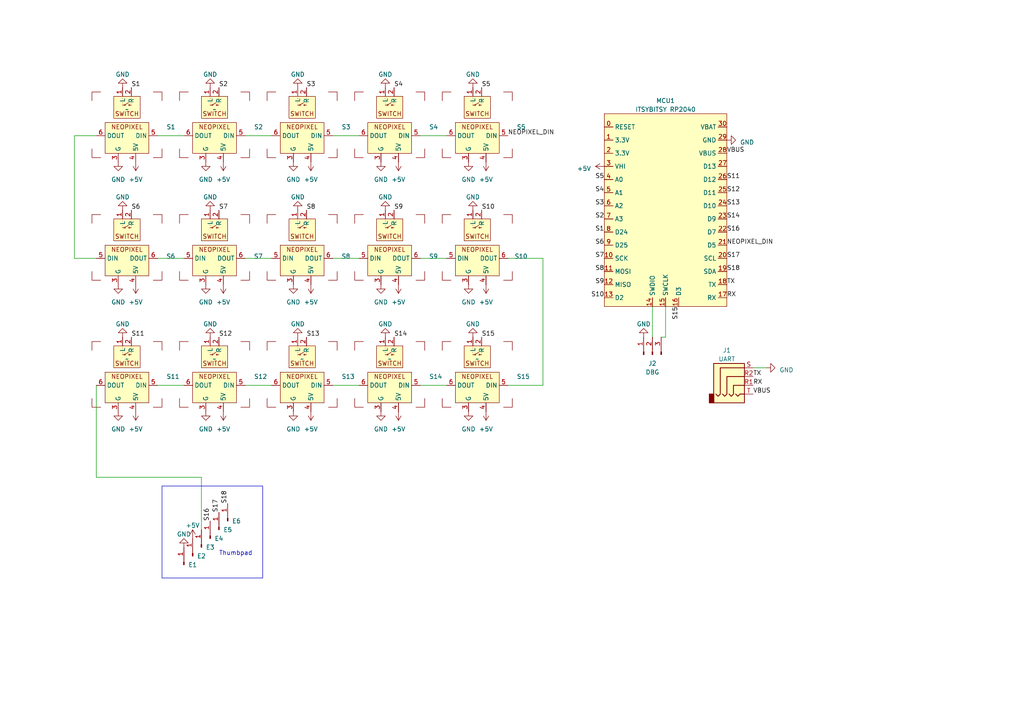
<source format=kicad_sch>
(kicad_sch (version 20230121) (generator eeschema)
  (paper "A4")
  (lib_symbols
    (symbol "Connector:Conn_01x01_Pin" (pin_names (offset 1.016) hide)
      (property "Reference" "J" (at 0 2.54 0))
      (property "Value" "Conn_01x01_Pin" (at 0 -2.54 0))
      (symbol "Conn_01x01_Pin_1_1"
        (polyline (pts (xy 1.27 0) (xy 0.8636 0)) (stroke (width 0.1524)))
        (rectangle (start 0.8636 0.127) (end 0 -0.127) (stroke (width 0.1524)) (fill (type outline)))
        (pin passive line (at 5.08 0 180) (length 3.81) (name "Pin_1") (number "1"))
      )
    )
    (symbol "Connector:Conn_01x03_Pin" (pin_names (offset 1.016) hide)
      (property "Reference" "J" (at 0 5.08 0))
      (property "Value" "Conn_01x03_Pin" (at 0 -5.08 0))
      (symbol "Conn_01x03_Pin_1_1"
        (polyline (pts (xy 1.27 -2.54) (xy 0.8636 -2.54)) (stroke (width 0.1524)))
        (polyline (pts (xy 1.27 0) (xy 0.8636 0)) (stroke (width 0.1524)))
        (polyline (pts (xy 1.27 2.54) (xy 0.8636 2.54)) (stroke (width 0.1524)))
        (rectangle (start 0.8636 -2.413) (end 0 -2.667) (stroke (width 0.1524)) (fill (type outline)))
        (rectangle (start 0.8636 0.127) (end 0 -0.127) (stroke (width 0.1524)) (fill (type outline)))
        (rectangle (start 0.8636 2.667) (end 0 2.413) (stroke (width 0.1524)) (fill (type outline)))
        (pin passive line (at 5.08 2.54 180) (length 3.81) (name "Pin_1") (number "1"))
        (pin passive line (at 5.08 0 180) (length 3.81) (name "Pin_2") (number "2"))
        (pin passive line (at 5.08 -2.54 180) (length 3.81) (name "Pin_3") (number "3"))
      )
    )
    (symbol "Connector_Audio:AudioJack4"
      (property "Reference" "J" (at 0 8.89 0))
      (property "Value" "AudioJack4" (at 0 6.35 0))
      (symbol "AudioJack4_0_1"
        (rectangle (start -6.35 -5.08) (end -7.62 -7.62) (stroke (width 0.254)) (fill (type outline)))
        (polyline (pts (xy 0 -5.08) (xy 0.635 -5.715) (xy 1.27 -5.08) (xy 2.54 -5.08)) (stroke (width 0.254)))
        (polyline (pts (xy -5.715 -5.08) (xy -5.08 -5.715) (xy -4.445 -5.08) (xy -4.445 2.54) (xy 2.54 2.54)) (stroke (width 0.254)))
        (polyline (pts (xy -1.905 -5.08) (xy -1.27 -5.715) (xy -0.635 -5.08) (xy -0.635 -2.54) (xy 2.54 -2.54)) (stroke (width 0.254)))
        (polyline (pts (xy 2.54 0) (xy -2.54 0) (xy -2.54 -5.08) (xy -3.175 -5.715) (xy -3.81 -5.08)) (stroke (width 0.254)))
        (rectangle (start 2.54 3.81) (end -6.35 -7.62) (stroke (width 0.254)) (fill (type background)))
      )
      (symbol "AudioJack4_1_1"
        (pin passive line (at 5.08 -2.54 180) (length 2.54) (name "~") (number "R1"))
        (pin passive line (at 5.08 0 180) (length 2.54) (name "~") (number "R2"))
        (pin passive line (at 5.08 2.54 180) (length 2.54) (name "~") (number "S"))
        (pin passive line (at 5.08 -5.08 180) (length 2.54) (name "~") (number "T"))
      )
    )
    (symbol "library:ITSYBITSY_RP2040"
      (property "Reference" "U1" (at 3.81 41.91 0))
      (property "Value" "ITSYBITSY RP2040" (at 0 11.43 0))
      (symbol "ITSYBITSY_RP2040_1_1"
        (rectangle (start -17.78 39.37) (end 17.78 -16.51) (fill (type background)))
        (pin input line (at -17.78 35.56 0) (length 2.54) (name "RESET") (number "0"))
        (pin power_out line (at -17.78 31.75 0) (length 2.54) (name "3.3V") (number "1"))
        (pin bidirectional line (at -17.78 -2.54 0) (length 2.54) (name "SCK") (number "10"))
        (pin bidirectional line (at -17.78 -6.35 0) (length 2.54) (name "MOSI") (number "11"))
        (pin bidirectional line (at -17.78 -10.16 0) (length 2.54) (name "MISO") (number "12"))
        (pin bidirectional line (at -17.78 -13.97 0) (length 2.54) (name "D2") (number "13"))
        (pin bidirectional line (at -3.81 -16.51 90) (length 2.54) (name "SWDIO") (number "14"))
        (pin bidirectional line (at 0 -16.51 90) (length 2.54) (name "SWCLK") (number "15"))
        (pin bidirectional line (at 3.81 -16.51 90) (length 2.54) (name "D3") (number "16"))
        (pin bidirectional line (at 17.78 -13.97 180) (length 2.54) (name "RX") (number "17"))
        (pin bidirectional line (at 17.78 -10.16 180) (length 2.54) (name "TX") (number "18"))
        (pin bidirectional line (at 17.78 -6.35 180) (length 2.54) (name "SDA") (number "19"))
        (pin power_out line (at -17.78 27.94 0) (length 2.54) (name "3.3V") (number "2"))
        (pin bidirectional line (at 17.78 -2.54 180) (length 2.54) (name "SCL") (number "20"))
        (pin bidirectional line (at 17.78 1.27 180) (length 2.54) (name "D5") (number "21"))
        (pin bidirectional line (at 17.78 5.08 180) (length 2.54) (name "D7") (number "22"))
        (pin bidirectional line (at 17.78 8.89 180) (length 2.54) (name "D9") (number "23"))
        (pin bidirectional line (at 17.78 12.7 180) (length 2.54) (name "D10") (number "24"))
        (pin bidirectional line (at 17.78 16.51 180) (length 2.54) (name "D11") (number "25"))
        (pin bidirectional line (at 17.78 20.32 180) (length 2.54) (name "D12") (number "26"))
        (pin bidirectional line (at 17.78 24.13 180) (length 2.54) (name "D13") (number "27"))
        (pin power_in line (at 17.78 27.94 180) (length 2.54) (name "VBUS") (number "28"))
        (pin power_in line (at 17.78 31.75 180) (length 2.54) (name "GND") (number "29"))
        (pin power_out line (at -17.78 24.13 0) (length 2.54) (name "VHI") (number "3"))
        (pin power_in line (at 17.78 35.56 180) (length 2.54) (name "VBAT") (number "30"))
        (pin bidirectional line (at -17.78 20.32 0) (length 2.54) (name "A0") (number "4"))
        (pin bidirectional line (at -17.78 16.51 0) (length 2.54) (name "A1") (number "5"))
        (pin bidirectional line (at -17.78 12.7 0) (length 2.54) (name "A2") (number "6"))
        (pin bidirectional line (at -17.78 8.89 0) (length 2.54) (name "A3") (number "7"))
        (pin bidirectional line (at -17.78 5.08 0) (length 2.54) (name "D24") (number "8"))
        (pin bidirectional line (at -17.78 1.27 0) (length 2.54) (name "D25") (number "9"))
      )
    )
    (symbol "library:MX_SW_SOCKET_RGB"
      (property "Reference" "S4" (at 11.43 -1.27 0))
      (symbol "MX_SW_SOCKET_RGB_0_1"
        (polyline (pts (xy -1.27 5.08) (xy -0.8247 5.0799)))
        (polyline (pts (xy 1.27 5.08) (xy 0.8247 5.0801)))
        (polyline (pts (xy -10.16 6.35) (xy -10.16 8.89) (xy -7.62 8.89)))
        (polyline (pts (xy -7.62 -10.16) (xy -10.16 -10.16) (xy -10.16 -7.62)))
        (polyline (pts (xy 7.62 8.89) (xy 10.16 8.89) (xy 10.16 6.35)))
        (polyline (pts (xy 10.16 -7.62) (xy 10.16 -10.16) (xy 7.62 -10.16)))
      )
      (symbol "MX_SW_SOCKET_RGB_1_1"
        (rectangle (start -6.35 0) (end 6.35 -8.89) (fill (type background)))
        (rectangle (start -3.81 7.62) (end 3.81 1.27) (fill (type background)))
        (circle (center -0.6173 5.0896) (radius 0.1705))
        (polyline (pts (xy -1.27 5.08) (xy -1.27 7.62)) (stroke (width 0) (type dot)))
        (polyline (pts (xy -0.5184 5.2126) (xy 0.4381 5.7713)))
        (polyline (pts (xy 1.27 7.62) (xy 1.27 5.08)) (stroke (width 0) (type dot)))
        (circle (center 0.6471 5.08) (radius 0.1705))
        (text "NEOPIXEL" (at 0 -1.27 0) (effects (font (size 1.27 1.27))))
        (text "SWITCH" (at 0 2.54 0) (effects (font (size 1.27 1.27))))
        (pin bidirectional line (at -1.27 10.16 270) (length 2.54) (name "L") (number "1"))
        (pin bidirectional line (at 1.27 10.16 270) (length 2.54) (name "R") (number "2"))
        (pin power_in line (at -2.54 -11.43 90) (length 2.54) (name "G") (number "3"))
        (pin power_in line (at 2.54 -11.43 90) (length 2.54) (name "5V") (number "4"))
        (pin input line (at 8.89 -3.81 180) (length 2.54) (name "DIN") (number "5"))
        (pin output line (at -8.89 -3.81 0) (length 2.54) (name "DOUT") (number "6"))
      )
    )
    (symbol "library:MX_SW_SOCKET_RGB_REV"
      (property "Reference" "S6" (at 12.7 -3.2259 0))
      (symbol "MX_SW_SOCKET_RGB_REV_0_1"
        (polyline (pts (xy -1.27 5.08) (xy -0.8247 5.0799)))
        (polyline (pts (xy 1.27 5.08) (xy 0.8247 5.0801)))
        (polyline (pts (xy -10.16 6.35) (xy -10.16 8.89) (xy -7.62 8.89)))
        (polyline (pts (xy -7.62 -10.16) (xy -10.16 -10.16) (xy -10.16 -7.62)))
        (polyline (pts (xy 7.62 8.89) (xy 10.16 8.89) (xy 10.16 6.35)))
        (polyline (pts (xy 10.16 -7.62) (xy 10.16 -10.16) (xy 7.62 -10.16)))
      )
      (symbol "MX_SW_SOCKET_RGB_REV_1_1"
        (rectangle (start -6.35 0) (end 6.35 -8.89) (fill (type background)))
        (rectangle (start -3.81 7.62) (end 3.81 1.27) (fill (type background)))
        (circle (center -0.6173 5.0896) (radius 0.1705))
        (polyline (pts (xy -1.27 5.08) (xy -1.27 7.62)) (stroke (width 0) (type dot)))
        (polyline (pts (xy -0.5184 5.2126) (xy 0.4381 5.7713)))
        (polyline (pts (xy 1.27 7.62) (xy 1.27 5.08)) (stroke (width 0) (type dot)))
        (circle (center 0.6471 5.08) (radius 0.1705))
        (text "NEOPIXEL" (at 0 -1.27 0) (effects (font (size 1.27 1.27))))
        (text "SWITCH" (at 0 2.54 0) (effects (font (size 1.27 1.27))))
        (pin bidirectional line (at -1.27 10.16 270) (length 2.54) (name "L") (number "1"))
        (pin bidirectional line (at 1.27 10.16 270) (length 2.54) (name "R") (number "2"))
        (pin power_in line (at -2.54 -11.43 90) (length 2.54) (name "G") (number "3"))
        (pin power_in line (at 2.54 -11.43 90) (length 2.54) (name "5V") (number "4"))
        (pin input line (at -8.89 -3.81 0) (length 2.54) (name "DIN") (number "5"))
        (pin output line (at 8.89 -3.81 180) (length 2.54) (name "DOUT") (number "6"))
      )
    )
    (symbol "power:+5V" (power) (pin_names (offset 0))
      (property "Value" "+5V" (at 0 3.556 0))
      (symbol "+5V_0_1"
        (polyline (pts (xy -0.762 1.27) (xy 0 2.54)))
        (polyline (pts (xy 0 0) (xy 0 2.54)))
        (polyline (pts (xy 0 2.54) (xy 0.762 1.27)))
      )
      (symbol "+5V_1_1"
        (pin power_in line (at 0 0 90) (length 0) hide (name "+5V") (number "1"))
      )
    )
    (symbol "power:GND" (power) (pin_names (offset 0))
      (property "Value" "GND" (at 0 -3.81 0))
      (symbol "GND_0_1"
        (polyline (pts (xy 0 0) (xy 0 -1.27) (xy 1.27 -1.27) (xy 0 -2.54) (xy -1.27 -1.27) (xy 0 -1.27)))
      )
      (symbol "GND_1_1"
        (pin power_in line (at 0 0 270) (length 0) hide (name "GND") (number "1"))
      )
    )
  )
  (wire (pts (xy 96.52 111.76) (xy 104.14 111.76)))
  (wire (pts (xy 71.12 74.93) (xy 78.74 74.93)))
  (wire (pts (xy 193.04 97.79) (xy 191.77 97.79)))
  (wire (pts (xy 189.23 88.9) (xy 189.23 97.79)))
  (wire (pts (xy 45.72 74.93) (xy 53.34 74.93)))
  (wire (pts (xy 27.94 39.37) (xy 21.59 39.37)))
  (wire (pts (xy 71.12 39.37) (xy 78.74 39.37)))
  (wire (pts (xy 71.12 111.76) (xy 78.74 111.76)))
  (wire (pts (xy 222.25 106.68) (xy 218.44 106.68)))
  (wire (pts (xy 121.92 39.37) (xy 129.54 39.37)))
  (wire (pts (xy 21.59 39.37) (xy 21.59 74.93)))
  (wire (pts (xy 157.48 111.76) (xy 147.32 111.76)))
  (wire (pts (xy 45.72 111.76) (xy 53.34 111.76)))
  (wire (pts (xy 27.94 138.43) (xy 58.42 138.43)))
  (wire (pts (xy 96.52 74.93) (xy 104.14 74.93)))
  (wire (pts (xy 58.42 138.43) (xy 58.42 153.67)))
  (wire (pts (xy 193.04 88.9) (xy 193.04 97.79)))
  (wire (pts (xy 147.32 74.93) (xy 157.48 74.93)))
  (wire (pts (xy 121.92 74.93) (xy 129.54 74.93)))
  (wire (pts (xy 96.52 39.37) (xy 104.14 39.37)))
  (wire (pts (xy 27.94 111.76) (xy 27.94 138.43)))
  (wire (pts (xy 121.92 111.76) (xy 129.54 111.76)))
  (wire (pts (xy 45.72 39.37) (xy 53.34 39.37)))
  (wire (pts (xy 157.48 74.93) (xy 157.48 111.76)))
  (wire (pts (xy 21.59 74.93) (xy 27.94 74.93)))
  (rectangle (start 46.99 140.97) (end 76.2 167.64))
  (text "Thumbpad\n" (at 63.5 161.29 0) (effects (font (size 1.27 1.27)) (justify left bottom)))
  (label "S17" (at 63.5 148.59 90))
  (label "VBUS" (at 210.82 44.45 0))
  (label "RX" (at 218.44 111.76 0))
  (label "S15" (at 196.85 88.9 270))
  (label "NEOPIXEL_DIN" (at 210.82 71.12 0))
  (label "S6" (at 175.26 71.12 180))
  (label "S10" (at 175.26 86.36 180))
  (label "S5" (at 139.7 25.4 0))
  (label "TX" (at 210.82 82.55 0))
  (label "TX" (at 218.44 109.22 0))
  (label "S1" (at 175.26 67.31 180))
  (label "S4" (at 175.26 55.88 180))
  (label "S9" (at 114.3 60.96 0))
  (label "S14" (at 210.82 63.5 0))
  (label "S17" (at 210.82 74.93 0))
  (label "S5" (at 175.26 52.07 180))
  (label "S7" (at 175.26 74.93 180))
  (label "S16" (at 210.82 67.31 0))
  (label "S9" (at 175.26 82.55 180))
  (label "S2" (at 175.26 63.5 180))
  (label "S3" (at 175.26 59.69 180))
  (label "S15" (at 139.7 97.79 0))
  (label "S11" (at 210.82 52.07 0))
  (label "S2" (at 63.5 25.4 0))
  (label "S18" (at 210.82 78.74 0))
  (label "S7" (at 63.5 60.96 0))
  (label "S12" (at 210.82 55.88 0))
  (label "S4" (at 114.3 25.4 0))
  (label "S13" (at 210.82 59.69 0))
  (label "S18" (at 66.04 146.05 90))
  (label "S8" (at 88.9 60.96 0))
  (label "S11" (at 38.1 97.79 0))
  (label "S16" (at 60.96 151.13 90))
  (label "VBUS" (at 218.44 114.3 0))
  (label "S10" (at 139.7 60.96 0))
  (label "S8" (at 175.26 78.74 180))
  (label "S13" (at 88.9 97.79 0))
  (label "S14" (at 114.3 97.79 0))
  (label "NEOPIXEL_DIN" (at 147.32 39.37 0))
  (label "S12" (at 63.5 97.79 0))
  (label "S3" (at 88.9 25.4 0))
  (label "S6" (at 38.1 60.96 0))
  (label "S1" (at 38.1 25.4 0))
  (label "RX" (at 210.82 86.36 0))
  (symbol (lib_id "library:MX_SW_SOCKET_RGB") (at 113.03 35.56 0) (unit 1)
    (property "Reference" "S4" (at 124.46 36.83 0) (effects (justify left)))
    (property "Value" "MX_SW_SOCKET_LED" (effects hide))
    (property "Footprint" "Footprints:MX_SW_SOCKET_LED" (effects hide))
  )
  (symbol (lib_id "power:GND") (at 60.96 97.79 180) (unit 1)
    (property "Reference" "#PWR027" (effects hide))
    (property "Value" "GND" (at 60.96 93.98 0))
  )
  (symbol (lib_id "power:GND") (at 35.56 25.4 180) (unit 1)
    (property "Reference" "#PWR03" (effects hide))
    (property "Value" "GND" (at 35.56 21.59 0))
  )
  (symbol (lib_id "power:GND") (at 59.69 119.38 0) (unit 1)
    (property "Reference" "#PWR026" (effects hide))
    (property "Value" "GND" (at 59.69 124.46 0))
  )
  (symbol (lib_id "library:MX_SW_SOCKET_RGB_REV") (at 36.83 71.12 0) (unit 1)
    (property "Reference" "S6" (at 49.53 74.3459 0))
    (property "Value" "MX_SW_SOCKET_RGB_REV" (effects hide))
    (property "Footprint" "Footprints:MX_SW_SOCKET_LED_REV" (effects hide))
  )
  (symbol (lib_id "power:GND") (at 34.29 119.38 0) (unit 1)
    (property "Reference" "#PWR031" (effects hide))
    (property "Value" "GND" (at 34.29 124.46 0))
  )
  (symbol (lib_id "power:GND") (at 110.49 119.38 0) (unit 1)
    (property "Reference" "#PWR035" (effects hide))
    (property "Value" "GND" (at 110.49 124.46 0))
  )
  (symbol (lib_id "power:+5V") (at 140.97 82.55 180) (unit 1)
    (property "Reference" "#PWR025" (effects hide))
    (property "Value" "+5V" (at 140.97 87.63 0))
  )
  (symbol (lib_id "Connector:Conn_01x01_Pin") (at 63.5 153.67 90) (unit 1)
    (property "Reference" "E5" (at 64.77 153.67 90) (effects (justify right)))
    (property "Value" "Conn_01x01_Pin" (effects hide))
    (property "Footprint" "Footprints:Pin0.9mm" (effects hide))
  )
  (symbol (lib_id "power:+5V") (at 115.57 46.99 180) (unit 1)
    (property "Reference" "#PWR012" (effects hide))
    (property "Value" "+5V" (at 115.57 52.07 0))
  )
  (symbol (lib_id "power:GND") (at 85.09 119.38 0) (unit 1)
    (property "Reference" "#PWR029" (effects hide))
    (property "Value" "GND" (at 85.09 124.46 0))
  )
  (symbol (lib_id "power:GND") (at 137.16 25.4 180) (unit 1)
    (property "Reference" "#PWR014" (effects hide))
    (property "Value" "GND" (at 137.16 21.59 0))
  )
  (symbol (lib_id "power:+5V") (at 39.37 119.38 180) (unit 1)
    (property "Reference" "#PWR033" (effects hide))
    (property "Value" "+5V" (at 39.37 124.46 0))
  )
  (symbol (lib_id "power:GND") (at 110.49 82.55 0) (unit 1)
    (property "Reference" "#PWR022" (effects hide))
    (property "Value" "GND" (at 110.49 87.63 0))
  )
  (symbol (lib_id "power:GND") (at 210.82 40.64 90) (unit 1)
    (property "Reference" "#PWR047" (effects hide))
    (property "Value" "GND" (at 214.63 41.275 90) (effects (justify right)))
  )
  (symbol (lib_id "power:GND") (at 135.89 46.99 0) (unit 1)
    (property "Reference" "#PWR013" (effects hide))
    (property "Value" "GND" (at 135.89 52.07 0))
  )
  (symbol (lib_id "power:GND") (at 110.49 46.99 0) (unit 1)
    (property "Reference" "#PWR010" (effects hide))
    (property "Value" "GND" (at 110.49 52.07 0))
  )
  (symbol (lib_id "power:GND") (at 137.16 97.79 180) (unit 1)
    (property "Reference" "#PWR039" (effects hide))
    (property "Value" "GND" (at 137.16 93.98 0))
  )
  (symbol (lib_id "power:GND") (at 85.09 46.99 0) (unit 1)
    (property "Reference" "#PWR07" (effects hide))
    (property "Value" "GND" (at 85.09 52.07 0))
  )
  (symbol (lib_id "power:GND") (at 186.69 97.79 180) (unit 1)
    (property "Reference" "#PWR049" (effects hide))
    (property "Value" "GND" (at 186.69 93.98 0))
  )
  (symbol (lib_id "power:+5V") (at 90.17 119.38 180) (unit 1)
    (property "Reference" "#PWR034" (effects hide))
    (property "Value" "+5V" (at 90.17 124.46 0))
  )
  (symbol (lib_id "power:GND") (at 53.34 158.75 180) (unit 1)
    (property "Reference" "#PWR050" (effects hide))
    (property "Value" "GND" (at 53.34 154.94 0))
  )
  (symbol (lib_id "power:GND") (at 59.69 46.99 0) (unit 1)
    (property "Reference" "#PWR04" (effects hide))
    (property "Value" "GND" (at 59.69 52.07 0))
  )
  (symbol (lib_id "power:GND") (at 111.76 60.96 180) (unit 1)
    (property "Reference" "#PWR042" (effects hide))
    (property "Value" "GND" (at 111.76 57.15 0))
  )
  (symbol (lib_id "power:GND") (at 86.36 60.96 180) (unit 1)
    (property "Reference" "#PWR043" (effects hide))
    (property "Value" "GND" (at 86.36 57.15 0))
  )
  (symbol (lib_id "power:+5V") (at 140.97 46.99 180) (unit 1)
    (property "Reference" "#PWR015" (effects hide))
    (property "Value" "+5V" (at 140.97 52.07 0))
  )
  (symbol (lib_id "power:+5V") (at 64.77 46.99 180) (unit 1)
    (property "Reference" "#PWR06" (effects hide))
    (property "Value" "+5V" (at 64.77 52.07 0))
  )
  (symbol (lib_id "power:GND") (at 111.76 25.4 180) (unit 1)
    (property "Reference" "#PWR011" (effects hide))
    (property "Value" "GND" (at 111.76 21.59 0))
  )
  (symbol (lib_id "power:+5V") (at 115.57 119.38 180) (unit 1)
    (property "Reference" "#PWR037" (effects hide))
    (property "Value" "+5V" (at 115.57 124.46 0))
  )
  (symbol (lib_id "library:MX_SW_SOCKET_RGB") (at 113.03 107.95 0) (unit 1)
    (property "Reference" "S14" (at 124.46 109.22 0) (effects (justify left)))
    (property "Value" "~" (at 113.03 104.14 0))
    (property "Footprint" "Footprints:MX_SW_SOCKET_LED" (effects hide))
  )
  (symbol (lib_id "Connector:Conn_01x03_Pin") (at 189.23 102.87 90) (unit 1)
    (property "Reference" "J2" (at 189.23 105.41 90))
    (property "Value" "DBG" (at 189.23 107.95 90))
    (property "Footprint" "Connector_PinSocket_2.54mm:PinSocket_1x03_P2.54mm_Vertical" (effects hide))
  )
  (symbol (lib_id "power:GND") (at 86.36 25.4 180) (unit 1)
    (property "Reference" "#PWR08" (effects hide))
    (property "Value" "GND" (at 86.36 21.59 0))
  )
  (symbol (lib_id "power:GND") (at 34.29 82.55 0) (unit 1)
    (property "Reference" "#PWR016" (effects hide))
    (property "Value" "GND" (at 34.29 87.63 0))
  )
  (symbol (lib_id "Connector:Conn_01x01_Pin") (at 58.42 158.75 90) (unit 1)
    (property "Reference" "E3" (at 59.69 158.75 90) (effects (justify right)))
    (property "Value" "Conn_01x01_Pin" (effects hide))
    (property "Footprint" "Footprints:Pin0.9mm" (effects hide))
  )
  (symbol (lib_id "library:MX_SW_SOCKET_RGB") (at 62.23 107.95 0) (unit 1)
    (property "Reference" "S12" (at 73.66 109.22 0) (effects (justify left)))
    (property "Value" "~" (at 62.23 104.14 0))
    (property "Footprint" "Footprints:MX_SW_SOCKET_LED" (effects hide))
  )
  (symbol (lib_id "power:GND") (at 59.69 82.55 0) (unit 1)
    (property "Reference" "#PWR018" (effects hide))
    (property "Value" "GND" (at 59.69 87.63 0))
  )
  (symbol (lib_id "Connector:Conn_01x01_Pin") (at 66.04 151.13 90) (unit 1)
    (property "Reference" "E6" (at 67.31 151.13 90) (effects (justify right)))
    (property "Value" "Conn_01x01_Pin" (effects hide))
    (property "Footprint" "Footprints:Pin0.9mm" (effects hide))
  )
  (symbol (lib_id "Connector_Audio:AudioJack4") (at 213.36 109.22 0) (unit 1)
    (property "Reference" "J1" (at 210.82 101.6 0))
    (property "Value" "UART" (at 210.82 104.14 0))
    (property "Footprint" "Connector_Audio:Jack_3.5mm_KoreanHropartsElec_PJ-320D-4A_Horizontal" (effects hide))
  )
  (symbol (lib_id "library:MX_SW_SOCKET_RGB") (at 36.83 35.56 0) (unit 1)
    (property "Reference" "S1" (at 48.26 36.83 0) (effects (justify left)))
    (property "Value" "~" (at 36.83 31.75 0))
    (property "Footprint" "Footprints:MX_SW_SOCKET_LED" (effects hide))
  )
  (symbol (lib_id "power:GND") (at 35.56 60.96 180) (unit 1)
    (property "Reference" "#PWR045" (effects hide))
    (property "Value" "GND" (at 35.56 57.15 0))
  )
  (symbol (lib_id "library:MX_SW_SOCKET_RGB_REV") (at 113.03 71.12 0) (unit 1)
    (property "Reference" "S9" (at 125.73 74.3459 0))
    (property "Value" "MX_SW_SOCKET_RGB_REV" (effects hide))
    (property "Footprint" "Footprints:MX_SW_SOCKET_LED_REV" (effects hide))
  )
  (symbol (lib_id "power:GND") (at 86.36 97.79 180) (unit 1)
    (property "Reference" "#PWR030" (effects hide))
    (property "Value" "GND" (at 86.36 93.98 0))
  )
  (symbol (lib_id "power:+5V") (at 64.77 82.55 180) (unit 1)
    (property "Reference" "#PWR019" (effects hide))
    (property "Value" "+5V" (at 64.77 87.63 0))
  )
  (symbol (lib_id "power:GND") (at 222.25 106.68 90) (unit 1)
    (property "Reference" "#PWR048" (effects hide))
    (property "Value" "GND" (at 226.06 107.315 90) (effects (justify right)))
  )
  (symbol (lib_id "library:MX_SW_SOCKET_RGB_REV") (at 62.23 71.12 0) (unit 1)
    (property "Reference" "S7" (at 74.93 74.3459 0))
    (property "Value" "MX_SW_SOCKET_RGB_REV" (effects hide))
    (property "Footprint" "Footprints:MX_SW_SOCKET_LED_REV" (effects hide))
  )
  (symbol (lib_id "power:+5V") (at 140.97 119.38 180) (unit 1)
    (property "Reference" "#PWR040" (effects hide))
    (property "Value" "+5V" (at 140.97 124.46 0))
  )
  (symbol (lib_id "power:GND") (at 60.96 60.96 180) (unit 1)
    (property "Reference" "#PWR044" (effects hide))
    (property "Value" "GND" (at 60.96 57.15 0))
  )
  (symbol (lib_id "power:+5V") (at 90.17 82.55 180) (unit 1)
    (property "Reference" "#PWR021" (effects hide))
    (property "Value" "+5V" (at 90.17 87.63 0))
  )
  (symbol (lib_id "library:MX_SW_SOCKET_RGB") (at 36.83 107.95 0) (unit 1)
    (property "Reference" "S11" (at 48.26 109.22 0) (effects (justify left)))
    (property "Value" "~" (at 36.83 104.14 0))
    (property "Footprint" "Footprints:MX_SW_SOCKET_LED" (effects hide))
  )
  (symbol (lib_id "power:+5V") (at 39.37 82.55 180) (unit 1)
    (property "Reference" "#PWR017" (effects hide))
    (property "Value" "+5V" (at 39.37 87.63 0))
  )
  (symbol (lib_id "library:MX_SW_SOCKET_RGB") (at 138.43 107.95 0) (unit 1)
    (property "Reference" "S15" (at 149.86 109.22 0) (effects (justify left)))
    (property "Value" "~" (at 138.43 104.14 0))
    (property "Footprint" "Footprints:MX_SW_SOCKET_LED" (effects hide))
  )
  (symbol (lib_id "power:GND") (at 34.29 46.99 0) (unit 1)
    (property "Reference" "#PWR01" (effects hide))
    (property "Value" "GND" (at 34.29 52.07 0))
  )
  (symbol (lib_id "power:GND") (at 111.76 97.79 180) (unit 1)
    (property "Reference" "#PWR036" (effects hide))
    (property "Value" "GND" (at 111.76 93.98 0))
  )
  (symbol (lib_id "power:GND") (at 85.09 82.55 0) (unit 1)
    (property "Reference" "#PWR020" (effects hide))
    (property "Value" "GND" (at 85.09 87.63 0))
  )
  (symbol (lib_id "Connector:Conn_01x01_Pin") (at 53.34 163.83 90) (unit 1)
    (property "Reference" "E1" (at 54.61 163.83 90) (effects (justify right)))
    (property "Value" "Conn_01x01_Pin" (effects hide))
    (property "Footprint" "Footprints:Pin0.9mm" (effects hide))
  )
  (symbol (lib_id "Connector:Conn_01x01_Pin") (at 55.88 161.29 90) (unit 1)
    (property "Reference" "E2" (at 57.15 161.29 90) (effects (justify right)))
    (property "Value" "Conn_01x01_Pin" (effects hide))
    (property "Footprint" "Footprints:Pin0.9mm" (effects hide))
  )
  (symbol (lib_id "power:+5V") (at 64.77 119.38 180) (unit 1)
    (property "Reference" "#PWR028" (effects hide))
    (property "Value" "+5V" (at 64.77 124.46 0))
  )
  (symbol (lib_id "power:GND") (at 135.89 82.55 0) (unit 1)
    (property "Reference" "#PWR024" (effects hide))
    (property "Value" "GND" (at 135.89 87.63 0))
  )
  (symbol (lib_id "library:MX_SW_SOCKET_RGB") (at 138.43 35.56 0) (unit 1)
    (property "Reference" "S5" (at 149.86 36.83 0) (effects (justify left)))
    (property "Value" "MX_SW_SOCKET_LED" (effects hide))
    (property "Footprint" "Footprints:MX_SW_SOCKET_LED" (effects hide))
  )
  (symbol (lib_id "power:+5V") (at 115.57 82.55 180) (unit 1)
    (property "Reference" "#PWR023" (effects hide))
    (property "Value" "+5V" (at 115.57 87.63 0))
  )
  (symbol (lib_id "Connector:Conn_01x01_Pin") (at 60.96 156.21 90) (unit 1)
    (property "Reference" "E4" (at 62.23 156.21 90) (effects (justify right)))
    (property "Value" "Conn_01x01_Pin" (effects hide))
    (property "Footprint" "Footprints:Pin0.9mm" (effects hide))
  )
  (symbol (lib_id "library:MX_SW_SOCKET_RGB") (at 87.63 35.56 0) (unit 1)
    (property "Reference" "S3" (at 99.06 36.83 0) (effects (justify left)))
    (property "Value" "MX_SW_SOCKET_LED" (effects hide))
    (property "Footprint" "Footprints:MX_SW_SOCKET_LED" (effects hide))
  )
  (symbol (lib_id "power:GND") (at 35.56 97.79 180) (unit 1)
    (property "Reference" "#PWR032" (effects hide))
    (property "Value" "GND" (at 35.56 93.98 0))
  )
  (symbol (lib_id "power:+5V") (at 175.26 48.26 90) (unit 1)
    (property "Reference" "#PWR046" (effects hide))
    (property "Value" "+5V" (at 171.45 48.895 90) (effects (justify left)))
  )
  (symbol (lib_id "power:+5V") (at 55.88 156.21 0) (unit 1)
    (property "Reference" "#PWR051" (effects hide))
    (property "Value" "+5V" (at 55.88 152.4 0))
  )
  (symbol (lib_id "library:MX_SW_SOCKET_RGB") (at 62.23 35.56 0) (unit 1)
    (property "Reference" "S2" (at 73.66 36.83 0) (effects (justify left)))
    (property "Value" "~" (at 62.23 31.75 0))
    (property "Footprint" "Footprints:MX_SW_SOCKET_LED" (effects hide))
  )
  (symbol (lib_id "power:GND") (at 60.96 25.4 180) (unit 1)
    (property "Reference" "#PWR05" (effects hide))
    (property "Value" "GND" (at 60.96 21.59 0))
  )
  (symbol (lib_id "power:GND") (at 135.89 119.38 0) (unit 1)
    (property "Reference" "#PWR038" (effects hide))
    (property "Value" "GND" (at 135.89 124.46 0))
  )
  (symbol (lib_id "power:+5V") (at 39.37 46.99 180) (unit 1)
    (property "Reference" "#PWR02" (effects hide))
    (property "Value" "+5V" (at 39.37 52.07 0))
  )
  (symbol (lib_id "power:+5V") (at 90.17 46.99 180) (unit 1)
    (property "Reference" "#PWR09" (effects hide))
    (property "Value" "+5V" (at 90.17 52.07 0))
  )
  (symbol (lib_id "library:ITSYBITSY_RP2040") (at 193.04 72.39 0) (unit 1)
    (property "Reference" "MCU1" (at 193.04 29.21 0))
    (property "Value" "ITSYBITSY RP2040" (at 193.04 31.75 0))
    (property "Footprint" "Footprints:ITSYBITSY BREAKOUT" (effects hide))
  )
  (symbol (lib_id "library:MX_SW_SOCKET_RGB_REV") (at 87.63 71.12 0) (unit 1)
    (property "Reference" "S8" (at 100.33 74.3459 0))
    (property "Value" "MX_SW_SOCKET_RGB_REV" (effects hide))
    (property "Footprint" "Footprints:MX_SW_SOCKET_LED_REV" (effects hide))
  )
  (symbol (lib_id "library:MX_SW_SOCKET_RGB_REV") (at 138.43 71.12 0) (unit 1)
    (property "Reference" "S10" (at 151.13 74.3459 0))
    (property "Value" "MX_SW_SOCKET_RGB_REV" (effects hide))
    (property "Footprint" "Footprints:MX_SW_SOCKET_LED_REV" (effects hide))
  )
  (symbol (lib_id "library:MX_SW_SOCKET_RGB") (at 87.63 107.95 0) (unit 1)
    (property "Reference" "S13" (at 99.06 109.22 0) (effects (justify left)))
    (property "Value" "~" (at 87.63 104.14 0))
    (property "Footprint" "Footprints:MX_SW_SOCKET_LED" (effects hide))
  )
  (symbol (lib_id "power:GND") (at 137.16 60.96 180) (unit 1)
    (property "Reference" "#PWR041" (effects hide))
    (property "Value" "GND" (at 137.16 57.15 0))
  )
)
</source>
